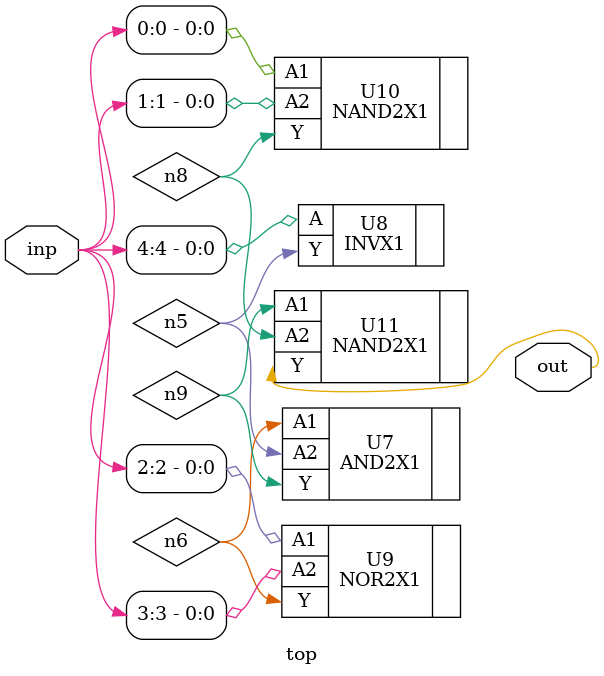
<source format=sv>


module top ( inp, out );
  input [4:0] inp;
  output out;
  wire   n5, n6, n8, n9;

  AND2X1 U7 ( .A1(n6), .A2(n5), .Y(n9) );
  INVX1 U8 ( .A(inp[4]), .Y(n5) );
  NOR2X1 U9 ( .A1(inp[2]), .A2(inp[3]), .Y(n6) );
  NAND2X1 U10 ( .A1(inp[0]), .A2(inp[1]), .Y(n8) );
  NAND2X1 U11 ( .A1(n9), .A2(n8), .Y(out) );
endmodule


</source>
